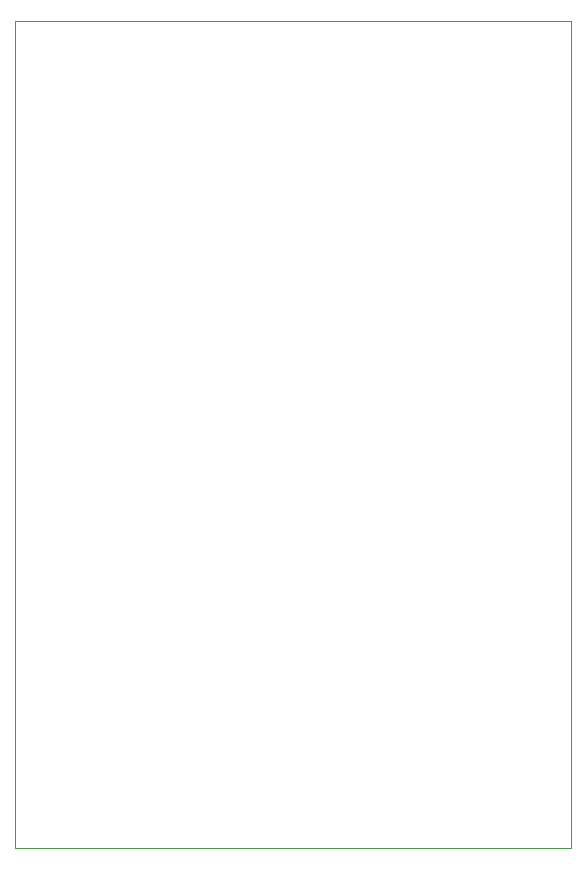
<source format=gbr>
%TF.GenerationSoftware,KiCad,Pcbnew,6.0.7-f9a2dced07~116~ubuntu20.04.1*%
%TF.CreationDate,2022-10-16T19:02:04+08:00*%
%TF.ProjectId,Zeal-SNES-Adapter,5a65616c-2d53-44e4-9553-2d4164617074,rev?*%
%TF.SameCoordinates,Original*%
%TF.FileFunction,Profile,NP*%
%FSLAX46Y46*%
G04 Gerber Fmt 4.6, Leading zero omitted, Abs format (unit mm)*
G04 Created by KiCad (PCBNEW 6.0.7-f9a2dced07~116~ubuntu20.04.1) date 2022-10-16 19:02:04*
%MOMM*%
%LPD*%
G01*
G04 APERTURE LIST*
%TA.AperFunction,Profile*%
%ADD10C,0.100000*%
%TD*%
G04 APERTURE END LIST*
D10*
X17975000Y-13775000D02*
X65125000Y-13775000D01*
X65125000Y-13775000D02*
X65125000Y-83775000D01*
X65125000Y-83775000D02*
X17975000Y-83775000D01*
X17975000Y-83775000D02*
X17975000Y-13775000D01*
M02*

</source>
